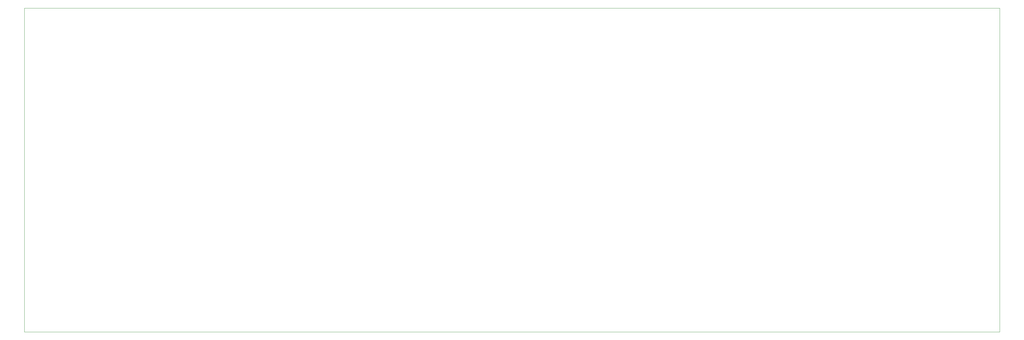
<source format=gm1>
G04 #@! TF.GenerationSoftware,KiCad,Pcbnew,8.0.3*
G04 #@! TF.CreationDate,2025-10-01T01:01:48-04:00*
G04 #@! TF.ProjectId,KP60,4b503630-2e6b-4696-9361-645f70636258,rev?*
G04 #@! TF.SameCoordinates,Original*
G04 #@! TF.FileFunction,Profile,NP*
%FSLAX46Y46*%
G04 Gerber Fmt 4.6, Leading zero omitted, Abs format (unit mm)*
G04 Created by KiCad (PCBNEW 8.0.3) date 2025-10-01 01:01:48*
%MOMM*%
%LPD*%
G01*
G04 APERTURE LIST*
G04 #@! TA.AperFunction,Profile*
%ADD10C,0.050000*%
G04 #@! TD*
G04 APERTURE END LIST*
D10*
X351575000Y-73850000D02*
X351575000Y-168450000D01*
X66575000Y-168450000D02*
X351575000Y-168450000D01*
X66575000Y-73850000D02*
X351575000Y-73850000D01*
X66575000Y-168450000D02*
X66575000Y-73850000D01*
M02*

</source>
